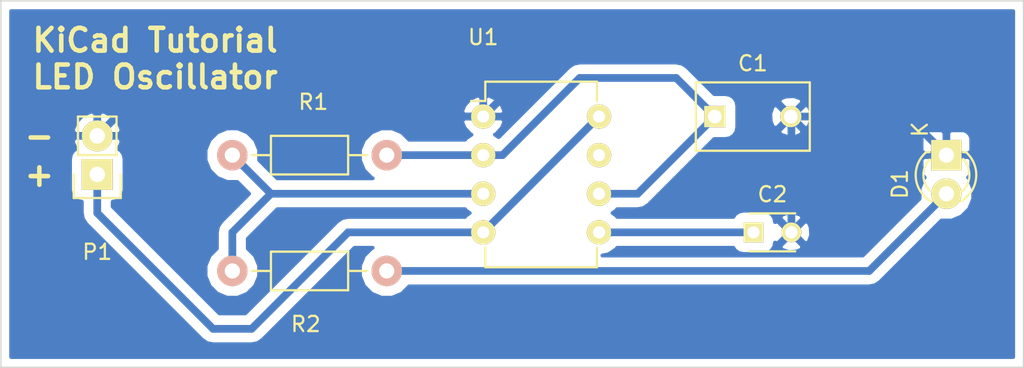
<source format=kicad_pcb>
(kicad_pcb (version 4) (host pcbnew 0.201509111501+6183~30~ubuntu14.04.1-product)

  (general
    (links 13)
    (no_connects 0)
    (area 93.929999 93.929999 161.340001 118.160001)
    (thickness 1.6)
    (drawings 7)
    (tracks 29)
    (zones 0)
    (modules 7)
    (nets 8)
  )

  (page A4)
  (layers
    (0 F.Cu signal)
    (31 B.Cu signal)
    (32 B.Adhes user)
    (33 F.Adhes user)
    (34 B.Paste user)
    (35 F.Paste user)
    (36 B.SilkS user)
    (37 F.SilkS user)
    (38 B.Mask user)
    (39 F.Mask user)
    (40 Dwgs.User user)
    (41 Cmts.User user)
    (42 Eco1.User user)
    (43 Eco2.User user)
    (44 Edge.Cuts user)
    (45 Margin user)
    (46 B.CrtYd user)
    (47 F.CrtYd user)
    (48 B.Fab user)
    (49 F.Fab user)
  )

  (setup
    (last_trace_width 0.508)
    (trace_clearance 0.635)
    (zone_clearance 0.508)
    (zone_45_only yes)
    (trace_min 0.508)
    (segment_width 0.2)
    (edge_width 0.1)
    (via_size 0.6)
    (via_drill 0.4)
    (via_min_size 0.4)
    (via_min_drill 0.3)
    (uvia_size 0.3)
    (uvia_drill 0.1)
    (uvias_allowed no)
    (uvia_min_size 0)
    (uvia_min_drill 0)
    (pcb_text_width 0.3)
    (pcb_text_size 1.5 1.5)
    (mod_edge_width 0.15)
    (mod_text_size 1 1)
    (mod_text_width 0.15)
    (pad_size 1.5 1.5)
    (pad_drill 0.6)
    (pad_to_mask_clearance 0)
    (aux_axis_origin 0 0)
    (visible_elements FFFFFF7F)
    (pcbplotparams
      (layerselection 0x01030_80000001)
      (usegerberextensions false)
      (excludeedgelayer false)
      (linewidth 0.100000)
      (plotframeref false)
      (viasonmask false)
      (mode 1)
      (useauxorigin false)
      (hpglpennumber 1)
      (hpglpenspeed 20)
      (hpglpendiameter 15)
      (hpglpenoverlay 2)
      (psnegative false)
      (psa4output false)
      (plotreference true)
      (plotvalue true)
      (plotinvisibletext false)
      (padsonsilk false)
      (subtractmaskfromsilk false)
      (outputformat 1)
      (mirror false)
      (drillshape 0)
      (scaleselection 1)
      (outputdirectory ""))
  )

  (net 0 "")
  (net 1 "Net-(C1-Pad1)")
  (net 2 GND)
  (net 3 "Net-(C2-Pad1)")
  (net 4 "Net-(D1-Pad2)")
  (net 5 VCC)
  (net 6 "Net-(R1-Pad1)")
  (net 7 "Net-(U1-Pad7)")

  (net_class Default "This is the default net class."
    (clearance 0.635)
    (trace_width 0.508)
    (via_dia 0.6)
    (via_drill 0.4)
    (uvia_dia 0.3)
    (uvia_drill 0.1)
    (add_net GND)
    (add_net "Net-(C1-Pad1)")
    (add_net "Net-(C2-Pad1)")
    (add_net "Net-(D1-Pad2)")
    (add_net "Net-(R1-Pad1)")
    (add_net "Net-(U1-Pad7)")
    (add_net VCC)
  )

  (module Capacitors_ThroughHole:C_Disc_D7.5_P5 (layer F.Cu) (tedit 0) (tstamp 55F9F073)
    (at 140.97 101.6)
    (descr "Capacitor 7.5mm Disc, Pitch 5mm")
    (tags Capacitor)
    (path /55F9E888)
    (fp_text reference C1 (at 2.5 -3.5) (layer F.SilkS)
      (effects (font (size 1 1) (thickness 0.15)))
    )
    (fp_text value 100uF (at 2.5 3.5) (layer F.Fab)
      (effects (font (size 1 1) (thickness 0.15)))
    )
    (fp_line (start -1.5 -2.5) (end 6.5 -2.5) (layer F.CrtYd) (width 0.05))
    (fp_line (start 6.5 -2.5) (end 6.5 2.5) (layer F.CrtYd) (width 0.05))
    (fp_line (start 6.5 2.5) (end -1.5 2.5) (layer F.CrtYd) (width 0.05))
    (fp_line (start -1.5 2.5) (end -1.5 -2.5) (layer F.CrtYd) (width 0.05))
    (fp_line (start -1.25 -2.25) (end 6.25 -2.25) (layer F.SilkS) (width 0.15))
    (fp_line (start 6.25 -2.25) (end 6.25 2.25) (layer F.SilkS) (width 0.15))
    (fp_line (start 6.25 2.25) (end -1.25 2.25) (layer F.SilkS) (width 0.15))
    (fp_line (start -1.25 2.25) (end -1.25 -2.25) (layer F.SilkS) (width 0.15))
    (pad 1 thru_hole rect (at 0 0) (size 1.4 1.4) (drill 0.9) (layers *.Cu *.Mask F.SilkS)
      (net 1 "Net-(C1-Pad1)"))
    (pad 2 thru_hole circle (at 5 0) (size 1.4 1.4) (drill 0.9) (layers *.Cu *.Mask F.SilkS)
      (net 2 GND))
    (model Capacitors_ThroughHole.3dshapes/C_Disc_D7.5_P5.wrl
      (at (xyz 0.0984252 0 0))
      (scale (xyz 1 1 1))
      (rotate (xyz 0 0 0))
    )
  )

  (module Capacitors_ThroughHole:C_Disc_D3_P2.5 (layer F.Cu) (tedit 0) (tstamp 55F9F079)
    (at 143.51 109.22)
    (descr "Capacitor 3mm Disc, Pitch 2.5mm")
    (tags Capacitor)
    (path /55F9E7AD)
    (fp_text reference C2 (at 1.25 -2.5) (layer F.SilkS)
      (effects (font (size 1 1) (thickness 0.15)))
    )
    (fp_text value .01uF (at 1.25 2.5) (layer F.Fab)
      (effects (font (size 1 1) (thickness 0.15)))
    )
    (fp_line (start -0.9 -1.5) (end 3.4 -1.5) (layer F.CrtYd) (width 0.05))
    (fp_line (start 3.4 -1.5) (end 3.4 1.5) (layer F.CrtYd) (width 0.05))
    (fp_line (start 3.4 1.5) (end -0.9 1.5) (layer F.CrtYd) (width 0.05))
    (fp_line (start -0.9 1.5) (end -0.9 -1.5) (layer F.CrtYd) (width 0.05))
    (fp_line (start -0.25 -1.25) (end 2.75 -1.25) (layer F.SilkS) (width 0.15))
    (fp_line (start 2.75 1.25) (end -0.25 1.25) (layer F.SilkS) (width 0.15))
    (pad 1 thru_hole rect (at 0 0) (size 1.3 1.3) (drill 0.8) (layers *.Cu *.Mask F.SilkS)
      (net 3 "Net-(C2-Pad1)"))
    (pad 2 thru_hole circle (at 2.5 0) (size 1.3 1.3) (drill 0.8001) (layers *.Cu *.Mask F.SilkS)
      (net 2 GND))
    (model Capacitors_ThroughHole.3dshapes/C_Disc_D3_P2.5.wrl
      (at (xyz 0.0492126 0 0))
      (scale (xyz 1 1 1))
      (rotate (xyz 0 0 0))
    )
  )

  (module LEDs:LED-3MM (layer F.Cu) (tedit 559B82F6) (tstamp 55F9F07F)
    (at 156.21 104.14 270)
    (descr "LED 3mm round vertical")
    (tags "LED  3mm round vertical")
    (path /55F9EB94)
    (fp_text reference D1 (at 1.91 3.06 270) (layer F.SilkS)
      (effects (font (size 1 1) (thickness 0.15)))
    )
    (fp_text value LED (at 1.3 -2.9 270) (layer F.Fab)
      (effects (font (size 1 1) (thickness 0.15)))
    )
    (fp_line (start -1.2 2.3) (end 3.8 2.3) (layer F.CrtYd) (width 0.05))
    (fp_line (start 3.8 2.3) (end 3.8 -2.2) (layer F.CrtYd) (width 0.05))
    (fp_line (start 3.8 -2.2) (end -1.2 -2.2) (layer F.CrtYd) (width 0.05))
    (fp_line (start -1.2 -2.2) (end -1.2 2.3) (layer F.CrtYd) (width 0.05))
    (fp_line (start -0.199 1.314) (end -0.199 1.114) (layer F.SilkS) (width 0.15))
    (fp_line (start -0.199 -1.28) (end -0.199 -1.1) (layer F.SilkS) (width 0.15))
    (fp_arc (start 1.301 0.034) (end -0.199 -1.286) (angle 108.5) (layer F.SilkS) (width 0.15))
    (fp_arc (start 1.301 0.034) (end 0.25 -1.1) (angle 85.7) (layer F.SilkS) (width 0.15))
    (fp_arc (start 1.311 0.034) (end 3.051 0.994) (angle 110) (layer F.SilkS) (width 0.15))
    (fp_arc (start 1.301 0.034) (end 2.335 1.094) (angle 87.5) (layer F.SilkS) (width 0.15))
    (fp_text user K (at -1.69 1.74 270) (layer F.SilkS)
      (effects (font (size 1 1) (thickness 0.15)))
    )
    (pad 1 thru_hole rect (at 0 0) (size 2 2) (drill 1.00076) (layers *.Cu *.Mask F.SilkS)
      (net 2 GND))
    (pad 2 thru_hole circle (at 2.54 0 270) (size 2 2) (drill 1.00076) (layers *.Cu *.Mask F.SilkS)
      (net 4 "Net-(D1-Pad2)"))
    (model LEDs.3dshapes/LED-3MM.wrl
      (at (xyz 0.05 0 0))
      (scale (xyz 1 1 1))
      (rotate (xyz 0 0 90))
    )
  )

  (module Pin_Headers:Pin_Header_Straight_1x02 (layer F.Cu) (tedit 54EA090C) (tstamp 55F9F085)
    (at 100.33 105.41 180)
    (descr "Through hole pin header")
    (tags "pin header")
    (path /55F9F07E)
    (fp_text reference P1 (at 0 -5.1 180) (layer F.SilkS)
      (effects (font (size 1 1) (thickness 0.15)))
    )
    (fp_text value CONN_01X02 (at 0 -3.1 180) (layer F.Fab)
      (effects (font (size 1 1) (thickness 0.15)))
    )
    (fp_line (start 1.27 1.27) (end 1.27 3.81) (layer F.SilkS) (width 0.15))
    (fp_line (start 1.55 -1.55) (end 1.55 0) (layer F.SilkS) (width 0.15))
    (fp_line (start -1.75 -1.75) (end -1.75 4.3) (layer F.CrtYd) (width 0.05))
    (fp_line (start 1.75 -1.75) (end 1.75 4.3) (layer F.CrtYd) (width 0.05))
    (fp_line (start -1.75 -1.75) (end 1.75 -1.75) (layer F.CrtYd) (width 0.05))
    (fp_line (start -1.75 4.3) (end 1.75 4.3) (layer F.CrtYd) (width 0.05))
    (fp_line (start 1.27 1.27) (end -1.27 1.27) (layer F.SilkS) (width 0.15))
    (fp_line (start -1.55 0) (end -1.55 -1.55) (layer F.SilkS) (width 0.15))
    (fp_line (start -1.55 -1.55) (end 1.55 -1.55) (layer F.SilkS) (width 0.15))
    (fp_line (start -1.27 1.27) (end -1.27 3.81) (layer F.SilkS) (width 0.15))
    (fp_line (start -1.27 3.81) (end 1.27 3.81) (layer F.SilkS) (width 0.15))
    (pad 1 thru_hole rect (at 0 0 180) (size 2.032 2.032) (drill 1.016) (layers *.Cu *.Mask F.SilkS)
      (net 5 VCC))
    (pad 2 thru_hole oval (at 0 2.54 180) (size 2.032 2.032) (drill 1.016) (layers *.Cu *.Mask F.SilkS)
      (net 2 GND))
    (model Pin_Headers.3dshapes/Pin_Header_Straight_1x02.wrl
      (at (xyz 0 -0.05 0))
      (scale (xyz 1 1 1))
      (rotate (xyz 0 0 90))
    )
  )

  (module Resistors_ThroughHole:Resistor_Horizontal_RM10mm (layer F.Cu) (tedit 53F56209) (tstamp 55F9F08B)
    (at 114.3 104.14)
    (descr "Resistor, Axial,  RM 10mm, 1/3W,")
    (tags "Resistor, Axial, RM 10mm, 1/3W,")
    (path /55F9E686)
    (fp_text reference R1 (at 0.24892 -3.50012) (layer F.SilkS)
      (effects (font (size 1 1) (thickness 0.15)))
    )
    (fp_text value 10k (at 3.81 3.81) (layer F.Fab)
      (effects (font (size 1 1) (thickness 0.15)))
    )
    (fp_line (start -2.54 -1.27) (end 2.54 -1.27) (layer F.SilkS) (width 0.15))
    (fp_line (start 2.54 -1.27) (end 2.54 1.27) (layer F.SilkS) (width 0.15))
    (fp_line (start 2.54 1.27) (end -2.54 1.27) (layer F.SilkS) (width 0.15))
    (fp_line (start -2.54 1.27) (end -2.54 -1.27) (layer F.SilkS) (width 0.15))
    (fp_line (start -2.54 0) (end -3.81 0) (layer F.SilkS) (width 0.15))
    (fp_line (start 2.54 0) (end 3.81 0) (layer F.SilkS) (width 0.15))
    (pad 1 thru_hole circle (at -5.08 0) (size 1.99898 1.99898) (drill 1.00076) (layers *.Cu *.SilkS *.Mask)
      (net 6 "Net-(R1-Pad1)"))
    (pad 2 thru_hole circle (at 5.08 0) (size 1.99898 1.99898) (drill 1.00076) (layers *.Cu *.SilkS *.Mask)
      (net 1 "Net-(C1-Pad1)"))
    (model Resistors_ThroughHole.3dshapes/Resistor_Horizontal_RM10mm.wrl
      (at (xyz 0 0 0))
      (scale (xyz 0.4 0.4 0.4))
      (rotate (xyz 0 0 0))
    )
  )

  (module Resistors_ThroughHole:Resistor_Horizontal_RM10mm (layer F.Cu) (tedit 53F56209) (tstamp 55F9F091)
    (at 114.3 111.76 180)
    (descr "Resistor, Axial,  RM 10mm, 1/3W,")
    (tags "Resistor, Axial, RM 10mm, 1/3W,")
    (path /55F9EC3D)
    (fp_text reference R2 (at 0.24892 -3.50012 180) (layer F.SilkS)
      (effects (font (size 1 1) (thickness 0.15)))
    )
    (fp_text value 470 (at 3.81 3.81 180) (layer F.Fab)
      (effects (font (size 1 1) (thickness 0.15)))
    )
    (fp_line (start -2.54 -1.27) (end 2.54 -1.27) (layer F.SilkS) (width 0.15))
    (fp_line (start 2.54 -1.27) (end 2.54 1.27) (layer F.SilkS) (width 0.15))
    (fp_line (start 2.54 1.27) (end -2.54 1.27) (layer F.SilkS) (width 0.15))
    (fp_line (start -2.54 1.27) (end -2.54 -1.27) (layer F.SilkS) (width 0.15))
    (fp_line (start -2.54 0) (end -3.81 0) (layer F.SilkS) (width 0.15))
    (fp_line (start 2.54 0) (end 3.81 0) (layer F.SilkS) (width 0.15))
    (pad 1 thru_hole circle (at -5.08 0 180) (size 1.99898 1.99898) (drill 1.00076) (layers *.Cu *.SilkS *.Mask)
      (net 4 "Net-(D1-Pad2)"))
    (pad 2 thru_hole circle (at 5.08 0 180) (size 1.99898 1.99898) (drill 1.00076) (layers *.Cu *.SilkS *.Mask)
      (net 6 "Net-(R1-Pad1)"))
    (model Resistors_ThroughHole.3dshapes/Resistor_Horizontal_RM10mm.wrl
      (at (xyz 0 0 0))
      (scale (xyz 0.4 0.4 0.4))
      (rotate (xyz 0 0 0))
    )
  )

  (module Housings_DIP:DIP-8_W7.62mm (layer F.Cu) (tedit 54130A77) (tstamp 55F9F09D)
    (at 125.73 101.6)
    (descr "8-lead dip package, row spacing 7.62 mm (300 mils)")
    (tags "dil dip 2.54 300")
    (path /55F9E2D0)
    (fp_text reference U1 (at 0 -5.22) (layer F.SilkS)
      (effects (font (size 1 1) (thickness 0.15)))
    )
    (fp_text value LM555N (at 0 -3.72) (layer F.Fab)
      (effects (font (size 1 1) (thickness 0.15)))
    )
    (fp_line (start -1.05 -2.45) (end -1.05 10.1) (layer F.CrtYd) (width 0.05))
    (fp_line (start 8.65 -2.45) (end 8.65 10.1) (layer F.CrtYd) (width 0.05))
    (fp_line (start -1.05 -2.45) (end 8.65 -2.45) (layer F.CrtYd) (width 0.05))
    (fp_line (start -1.05 10.1) (end 8.65 10.1) (layer F.CrtYd) (width 0.05))
    (fp_line (start 0.135 -2.295) (end 0.135 -1.025) (layer F.SilkS) (width 0.15))
    (fp_line (start 7.485 -2.295) (end 7.485 -1.025) (layer F.SilkS) (width 0.15))
    (fp_line (start 7.485 9.915) (end 7.485 8.645) (layer F.SilkS) (width 0.15))
    (fp_line (start 0.135 9.915) (end 0.135 8.645) (layer F.SilkS) (width 0.15))
    (fp_line (start 0.135 -2.295) (end 7.485 -2.295) (layer F.SilkS) (width 0.15))
    (fp_line (start 0.135 9.915) (end 7.485 9.915) (layer F.SilkS) (width 0.15))
    (fp_line (start 0.135 -1.025) (end -0.8 -1.025) (layer F.SilkS) (width 0.15))
    (pad 1 thru_hole oval (at 0 0) (size 1.6 1.6) (drill 0.8) (layers *.Cu *.Mask F.SilkS)
      (net 2 GND))
    (pad 2 thru_hole oval (at 0 2.54) (size 1.6 1.6) (drill 0.8) (layers *.Cu *.Mask F.SilkS)
      (net 1 "Net-(C1-Pad1)"))
    (pad 3 thru_hole oval (at 0 5.08) (size 1.6 1.6) (drill 0.8) (layers *.Cu *.Mask F.SilkS)
      (net 6 "Net-(R1-Pad1)"))
    (pad 4 thru_hole oval (at 0 7.62) (size 1.6 1.6) (drill 0.8) (layers *.Cu *.Mask F.SilkS)
      (net 5 VCC))
    (pad 5 thru_hole oval (at 7.62 7.62) (size 1.6 1.6) (drill 0.8) (layers *.Cu *.Mask F.SilkS)
      (net 3 "Net-(C2-Pad1)"))
    (pad 6 thru_hole oval (at 7.62 5.08) (size 1.6 1.6) (drill 0.8) (layers *.Cu *.Mask F.SilkS)
      (net 1 "Net-(C1-Pad1)"))
    (pad 7 thru_hole oval (at 7.62 2.54) (size 1.6 1.6) (drill 0.8) (layers *.Cu *.Mask F.SilkS)
      (net 7 "Net-(U1-Pad7)"))
    (pad 8 thru_hole oval (at 7.62 0) (size 1.6 1.6) (drill 0.8) (layers *.Cu *.Mask F.SilkS)
      (net 5 VCC))
    (model Housings_DIP.3dshapes/DIP-8_W7.62mm.wrl
      (at (xyz 0 0 0))
      (scale (xyz 1 1 1))
      (rotate (xyz 0 0 0))
    )
  )

  (gr_text + (at 96.52 105.41) (layer F.SilkS)
    (effects (font (size 1.5 1.5) (thickness 0.3)))
  )
  (gr_text - (at 96.52 102.87) (layer F.SilkS)
    (effects (font (size 1.5 1.5) (thickness 0.3)))
  )
  (gr_text "KiCad Tutorial\nLED Oscillator" (at 104.14 97.79) (layer F.SilkS)
    (effects (font (size 1.5 1.5) (thickness 0.3)))
  )
  (gr_line (start 161.29 93.98) (end 93.98 93.98) (angle 90) (layer Edge.Cuts) (width 0.1))
  (gr_line (start 161.29 118.11) (end 161.29 93.98) (angle 90) (layer Edge.Cuts) (width 0.1))
  (gr_line (start 93.98 118.11) (end 161.29 118.11) (angle 90) (layer Edge.Cuts) (width 0.1))
  (gr_line (start 93.98 93.98) (end 93.98 118.11) (angle 90) (layer Edge.Cuts) (width 0.1))

  (segment (start 140.97 101.6) (end 138.43 99.06) (width 0.508) (layer B.Cu) (net 1))
  (segment (start 127 104.14) (end 125.73 104.14) (width 0.508) (layer B.Cu) (net 1) (tstamp 55FA0CC7))
  (segment (start 132.08 99.06) (end 127 104.14) (width 0.508) (layer B.Cu) (net 1) (tstamp 55FA0CC1))
  (segment (start 138.43 99.06) (end 132.08 99.06) (width 0.508) (layer B.Cu) (net 1) (tstamp 55FA0CBC))
  (segment (start 140.97 101.6) (end 135.89 106.68) (width 0.508) (layer B.Cu) (net 1))
  (segment (start 135.89 106.68) (end 133.35 106.68) (width 0.508) (layer B.Cu) (net 1) (tstamp 55FA0CB6))
  (segment (start 119.38 104.14) (end 125.73 104.14) (width 0.508) (layer B.Cu) (net 1))
  (segment (start 145.97 101.6) (end 153.67 101.6) (width 0.508) (layer B.Cu) (net 2))
  (segment (start 153.67 101.6) (end 156.21 104.14) (width 0.508) (layer B.Cu) (net 2) (tstamp 55F9F600))
  (segment (start 125.73 101.6) (end 130.81 96.52) (width 0.508) (layer B.Cu) (net 2))
  (segment (start 140.89 96.52) (end 145.97 101.6) (width 0.508) (layer B.Cu) (net 2) (tstamp 55F9F5AC))
  (segment (start 130.81 96.52) (end 140.89 96.52) (width 0.508) (layer B.Cu) (net 2) (tstamp 55F9F59A))
  (segment (start 146.01 109.22) (end 146.01 101.64) (width 0.508) (layer B.Cu) (net 2))
  (segment (start 146.01 101.64) (end 145.97 101.6) (width 0.508) (layer B.Cu) (net 2) (tstamp 55F9F596))
  (segment (start 100.33 102.87) (end 101.6 101.6) (width 0.508) (layer B.Cu) (net 2))
  (segment (start 101.6 101.6) (end 125.73 101.6) (width 0.508) (layer B.Cu) (net 2) (tstamp 55F9F282))
  (segment (start 133.35 109.22) (end 143.51 109.22) (width 0.508) (layer B.Cu) (net 3))
  (segment (start 156.21 106.68) (end 151.13 111.76) (width 0.508) (layer B.Cu) (net 4))
  (segment (start 151.13 111.76) (end 119.38 111.76) (width 0.508) (layer B.Cu) (net 4) (tstamp 55F9F606))
  (segment (start 125.73 109.22) (end 116.84 109.22) (width 0.508) (layer B.Cu) (net 5))
  (segment (start 100.33 107.95) (end 100.33 105.41) (width 0.508) (layer B.Cu) (net 5) (tstamp 55F9F50E))
  (segment (start 107.95 115.57) (end 100.33 107.95) (width 0.508) (layer B.Cu) (net 5) (tstamp 55F9F507))
  (segment (start 110.49 115.57) (end 107.95 115.57) (width 0.508) (layer B.Cu) (net 5) (tstamp 55F9F502))
  (segment (start 116.84 109.22) (end 110.49 115.57) (width 0.508) (layer B.Cu) (net 5) (tstamp 55F9F4FE))
  (segment (start 133.35 101.6) (end 125.73 109.22) (width 0.508) (layer B.Cu) (net 5))
  (segment (start 109.22 111.76) (end 109.22 109.22) (width 0.508) (layer B.Cu) (net 6))
  (segment (start 109.22 109.22) (end 111.76 106.68) (width 0.508) (layer B.Cu) (net 6) (tstamp 55F9F512))
  (segment (start 125.73 106.68) (end 111.76 106.68) (width 0.508) (layer B.Cu) (net 6))
  (segment (start 111.76 106.68) (end 109.22 104.14) (width 0.508) (layer B.Cu) (net 6) (tstamp 55F9F298))

  (zone (net 2) (net_name GND) (layer B.Cu) (tstamp 55FA0B3D) (hatch edge 0.508)
    (connect_pads (clearance 0.508))
    (min_thickness 0.254)
    (fill yes (arc_segments 16) (thermal_gap 0.508) (thermal_bridge_width 0.508))
    (polygon
      (pts
        (xy 161.29 118.11) (xy 93.98 118.11) (xy 93.98 93.98) (xy 161.29 93.98) (xy 161.29 118.11)
      )
    )
    (filled_polygon
      (pts
        (xy 160.605 117.425) (xy 94.665 117.425) (xy 94.665 104.394) (xy 98.537072 104.394) (xy 98.537072 106.426)
        (xy 98.590205 106.70838) (xy 98.757092 106.967729) (xy 99.011731 107.141717) (xy 99.314 107.202928) (xy 99.314 107.95)
        (xy 99.35868 108.174622) (xy 99.391338 108.338807) (xy 99.61158 108.66842) (xy 107.231579 116.28842) (xy 107.451821 116.435581)
        (xy 107.561194 116.508662) (xy 107.95 116.586) (xy 110.49 116.586) (xy 110.8143 116.521493) (xy 110.878807 116.508662)
        (xy 111.20842 116.28842) (xy 117.260841 110.236) (xy 118.455645 110.236) (xy 118.383499 110.26581) (xy 117.887552 110.760893)
        (xy 117.618816 111.408081) (xy 117.618205 112.108845) (xy 117.88581 112.756501) (xy 118.380893 113.252448) (xy 119.028081 113.521184)
        (xy 119.728845 113.521795) (xy 120.376501 113.25419) (xy 120.855526 112.776) (xy 151.13 112.776) (xy 151.4543 112.711493)
        (xy 151.518807 112.698662) (xy 151.84842 112.47842) (xy 155.885123 108.441718) (xy 156.558946 108.442306) (xy 157.206789 108.174622)
        (xy 157.70288 107.679396) (xy 157.971694 107.032021) (xy 157.972306 106.331054) (xy 157.704622 105.683211) (xy 157.634779 105.613246)
        (xy 157.748327 105.499699) (xy 157.845 105.26631) (xy 157.845 104.42575) (xy 157.68625 104.267) (xy 156.337 104.267)
        (xy 156.337 104.287) (xy 156.083 104.287) (xy 156.083 104.267) (xy 154.73375 104.267) (xy 154.575 104.42575)
        (xy 154.575 105.26631) (xy 154.671673 105.499699) (xy 154.784908 105.612934) (xy 154.71712 105.680604) (xy 154.448306 106.327979)
        (xy 154.447715 107.005445) (xy 150.70916 110.744) (xy 133.57164 110.744) (xy 133.978353 110.6631) (xy 134.485102 110.324501)
        (xy 134.544237 110.236) (xy 142.190013 110.236) (xy 142.303092 110.411729) (xy 142.557731 110.585717) (xy 142.86 110.646928)
        (xy 144.16 110.646928) (xy 144.44238 110.593795) (xy 144.701729 110.426908) (xy 144.875717 110.172269) (xy 144.886501 110.119016)
        (xy 145.29059 110.119016) (xy 145.346271 110.349611) (xy 145.829078 110.517622) (xy 146.339428 110.488083) (xy 146.673729 110.349611)
        (xy 146.72941 110.119016) (xy 146.01 109.399605) (xy 145.29059 110.119016) (xy 144.886501 110.119016) (xy 144.931642 109.896105)
        (xy 145.110984 109.93941) (xy 145.830395 109.22) (xy 146.189605 109.22) (xy 146.909016 109.93941) (xy 147.139611 109.883729)
        (xy 147.307622 109.400922) (xy 147.278083 108.890572) (xy 147.139611 108.556271) (xy 146.909016 108.50059) (xy 146.189605 109.22)
        (xy 145.830395 109.22) (xy 145.110984 108.50059) (xy 144.932 108.543809) (xy 144.890073 108.320984) (xy 145.29059 108.320984)
        (xy 146.01 109.040395) (xy 146.72941 108.320984) (xy 146.673729 108.090389) (xy 146.190922 107.922378) (xy 145.680572 107.951917)
        (xy 145.346271 108.090389) (xy 145.29059 108.320984) (xy 144.890073 108.320984) (xy 144.883795 108.28762) (xy 144.716908 108.028271)
        (xy 144.462269 107.854283) (xy 144.16 107.793072) (xy 142.86 107.793072) (xy 142.57762 107.846205) (xy 142.318271 108.013092)
        (xy 142.187829 108.204) (xy 134.544237 108.204) (xy 134.485102 108.115499) (xy 134.237415 107.95) (xy 134.485102 107.784501)
        (xy 134.544237 107.696) (xy 135.89 107.696) (xy 136.2143 107.631493) (xy 136.278807 107.618662) (xy 136.60842 107.39842)
        (xy 140.929913 103.076928) (xy 141.67 103.076928) (xy 141.95238 103.023795) (xy 141.968083 103.01369) (xy 154.575 103.01369)
        (xy 154.575 103.85425) (xy 154.73375 104.013) (xy 156.083 104.013) (xy 156.083 102.66375) (xy 156.337 102.66375)
        (xy 156.337 104.013) (xy 157.68625 104.013) (xy 157.845 103.85425) (xy 157.845 103.01369) (xy 157.748327 102.780301)
        (xy 157.569698 102.601673) (xy 157.336309 102.505) (xy 156.49575 102.505) (xy 156.337 102.66375) (xy 156.083 102.66375)
        (xy 155.92425 102.505) (xy 155.083691 102.505) (xy 154.850302 102.601673) (xy 154.671673 102.780301) (xy 154.575 103.01369)
        (xy 141.968083 103.01369) (xy 142.211729 102.856908) (xy 142.385717 102.602269) (xy 142.399283 102.535275) (xy 145.214331 102.535275)
        (xy 145.276169 102.771042) (xy 145.777122 102.947419) (xy 146.30744 102.918664) (xy 146.663831 102.771042) (xy 146.725669 102.535275)
        (xy 145.97 101.779605) (xy 145.214331 102.535275) (xy 142.399283 102.535275) (xy 142.446928 102.3) (xy 142.446928 101.407122)
        (xy 144.622581 101.407122) (xy 144.651336 101.93744) (xy 144.798958 102.293831) (xy 145.034725 102.355669) (xy 145.790395 101.6)
        (xy 146.149605 101.6) (xy 146.905275 102.355669) (xy 147.141042 102.293831) (xy 147.317419 101.792878) (xy 147.288664 101.26256)
        (xy 147.141042 100.906169) (xy 146.905275 100.844331) (xy 146.149605 101.6) (xy 145.790395 101.6) (xy 145.034725 100.844331)
        (xy 144.798958 100.906169) (xy 144.622581 101.407122) (xy 142.446928 101.407122) (xy 142.446928 100.9) (xy 142.402659 100.664725)
        (xy 145.214331 100.664725) (xy 145.97 101.420395) (xy 146.725669 100.664725) (xy 146.663831 100.428958) (xy 146.162878 100.252581)
        (xy 145.63256 100.281336) (xy 145.276169 100.428958) (xy 145.214331 100.664725) (xy 142.402659 100.664725) (xy 142.393795 100.61762)
        (xy 142.226908 100.358271) (xy 141.972269 100.184283) (xy 141.67 100.123072) (xy 140.929913 100.123072) (xy 139.14842 98.34158)
        (xy 138.818807 98.121338) (xy 138.7543 98.108507) (xy 138.43 98.044) (xy 132.08 98.044) (xy 131.7557 98.108507)
        (xy 131.691193 98.121338) (xy 131.36158 98.341579) (xy 126.746745 102.956415) (xy 126.500995 102.79221) (xy 126.585134 102.752389)
        (xy 126.961041 102.337423) (xy 127.121904 101.949039) (xy 126.999915 101.727) (xy 125.857 101.727) (xy 125.857 101.747)
        (xy 125.603 101.747) (xy 125.603 101.727) (xy 124.460085 101.727) (xy 124.338096 101.949039) (xy 124.498959 102.337423)
        (xy 124.874866 102.752389) (xy 124.959005 102.79221) (xy 124.594898 103.035499) (xy 124.535763 103.124) (xy 120.854725 103.124)
        (xy 120.379107 102.647552) (xy 119.731919 102.378816) (xy 119.031155 102.378205) (xy 118.383499 102.64581) (xy 117.887552 103.140893)
        (xy 117.618816 103.788081) (xy 117.618205 104.488845) (xy 117.88581 105.136501) (xy 118.380893 105.632448) (xy 118.456879 105.664)
        (xy 112.180841 105.664) (xy 110.981208 104.464368) (xy 110.981795 103.791155) (xy 110.71419 103.143499) (xy 110.219107 102.647552)
        (xy 109.571919 102.378816) (xy 108.871155 102.378205) (xy 108.223499 102.64581) (xy 107.727552 103.140893) (xy 107.458816 103.788081)
        (xy 107.458205 104.488845) (xy 107.72581 105.136501) (xy 108.220893 105.632448) (xy 108.868081 105.901184) (xy 109.544934 105.901774)
        (xy 110.323159 106.68) (xy 108.50158 108.50158) (xy 108.281338 108.831193) (xy 108.281338 108.831194) (xy 108.204 109.22)
        (xy 108.204 110.285275) (xy 107.727552 110.760893) (xy 107.458816 111.408081) (xy 107.458205 112.108845) (xy 107.72581 112.756501)
        (xy 108.220893 113.252448) (xy 108.868081 113.521184) (xy 109.568845 113.521795) (xy 110.216501 113.25419) (xy 110.712448 112.759107)
        (xy 110.981184 112.111919) (xy 110.981795 111.411155) (xy 110.71419 110.763499) (xy 110.236 110.284474) (xy 110.236 109.64084)
        (xy 112.180841 107.696) (xy 124.535763 107.696) (xy 124.594898 107.784501) (xy 124.842585 107.95) (xy 124.594898 108.115499)
        (xy 124.535763 108.204) (xy 116.84 108.204) (xy 116.519601 108.267731) (xy 116.451193 108.281338) (xy 116.121579 108.50158)
        (xy 110.06916 114.554) (xy 108.370841 114.554) (xy 101.346 107.52916) (xy 101.346 107.202928) (xy 101.62838 107.149795)
        (xy 101.887729 106.982908) (xy 102.061717 106.728269) (xy 102.122928 106.426) (xy 102.122928 104.394) (xy 102.069795 104.11162)
        (xy 101.902908 103.852271) (xy 101.734301 103.737066) (xy 101.736385 103.734818) (xy 101.935975 103.252944) (xy 101.816836 102.997)
        (xy 100.457 102.997) (xy 100.457 103.017) (xy 100.203 103.017) (xy 100.203 102.997) (xy 98.843164 102.997)
        (xy 98.724025 103.252944) (xy 98.923615 103.734818) (xy 98.926453 103.737878) (xy 98.772271 103.837092) (xy 98.598283 104.091731)
        (xy 98.537072 104.394) (xy 94.665 104.394) (xy 94.665 102.487056) (xy 98.724025 102.487056) (xy 98.843164 102.743)
        (xy 100.203 102.743) (xy 100.203 101.382633) (xy 100.457 101.382633) (xy 100.457 102.743) (xy 101.816836 102.743)
        (xy 101.935975 102.487056) (xy 101.736385 102.005182) (xy 101.298379 101.532812) (xy 100.712946 101.264017) (xy 100.457 101.382633)
        (xy 100.203 101.382633) (xy 99.947054 101.264017) (xy 99.361621 101.532812) (xy 98.923615 102.005182) (xy 98.724025 102.487056)
        (xy 94.665 102.487056) (xy 94.665 101.250961) (xy 124.338096 101.250961) (xy 124.460085 101.473) (xy 125.603 101.473)
        (xy 125.603 100.329371) (xy 125.857 100.329371) (xy 125.857 101.473) (xy 126.999915 101.473) (xy 127.121904 101.250961)
        (xy 126.961041 100.862577) (xy 126.585134 100.447611) (xy 126.079041 100.208086) (xy 125.857 100.329371) (xy 125.603 100.329371)
        (xy 125.380959 100.208086) (xy 124.874866 100.447611) (xy 124.498959 100.862577) (xy 124.338096 101.250961) (xy 94.665 101.250961)
        (xy 94.665 94.665) (xy 160.605 94.665)
      )
    )
  )
)

</source>
